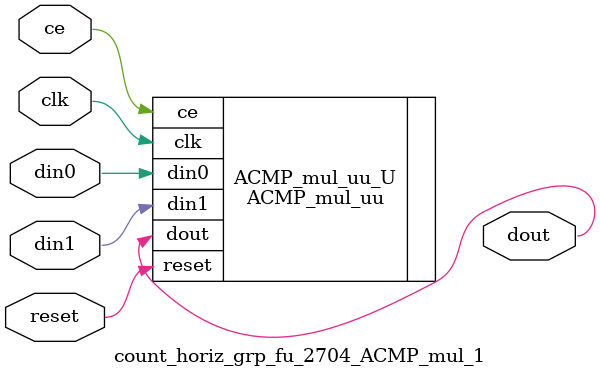
<source format=v>

`timescale 1 ns / 1 ps
module count_horiz_grp_fu_2704_ACMP_mul_1(
    clk,
    reset,
    ce,
    din0,
    din1,
    dout);

parameter ID = 32'd1;
parameter NUM_STAGE = 32'd1;
parameter din0_WIDTH = 32'd1;
parameter din1_WIDTH = 32'd1;
parameter dout_WIDTH = 32'd1;
input clk;
input reset;
input ce;
input[din0_WIDTH - 1:0] din0;
input[din1_WIDTH - 1:0] din1;
output[dout_WIDTH - 1:0] dout;



ACMP_mul_uu #(
.ID( ID ),
.NUM_STAGE( 3 ),
.din0_WIDTH( din0_WIDTH ),
.din1_WIDTH( din1_WIDTH ),
.dout_WIDTH( dout_WIDTH ))
ACMP_mul_uu_U(
    .clk( clk ),
    .reset( reset ),
    .ce( ce ),
    .din0( din0 ),
    .din1( din1 ),
    .dout( dout ));

endmodule

</source>
